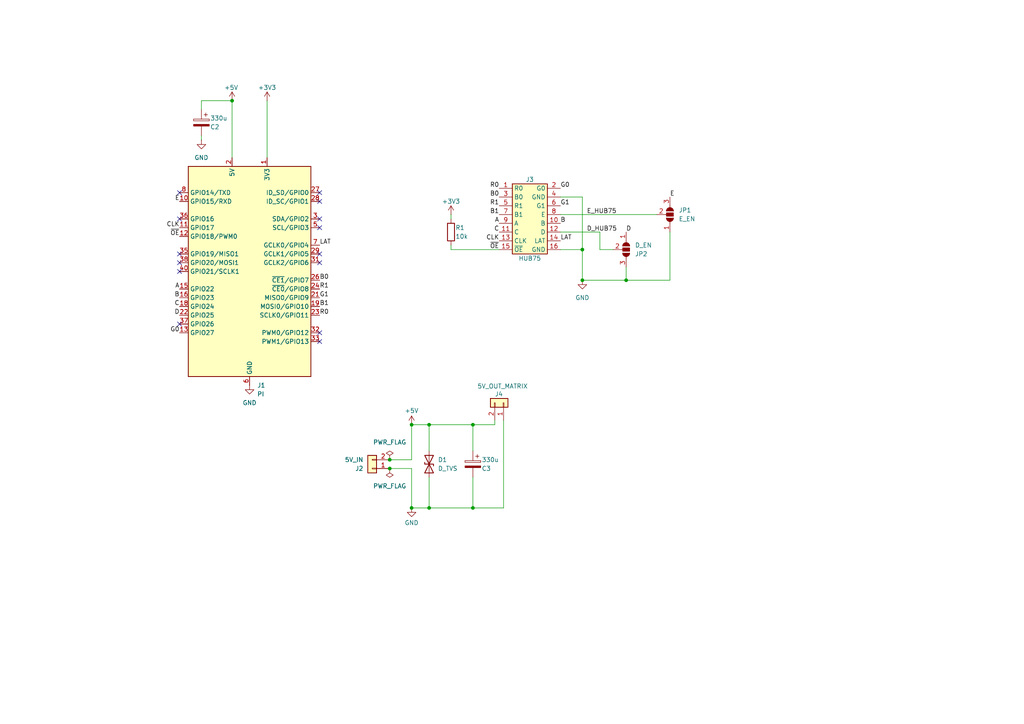
<source format=kicad_sch>
(kicad_sch (version 20231120) (generator "eeschema") (generator_version "8.0")
  (paper "A4")
  (lib_symbols
    (symbol "Connector:Raspberry_Pi_2_3"
      (property "Reference" "J" (at -17.78 31.75 0))
      (property "Value" "Raspberry_Pi_2_3" (at 10.16 -31.75 0))
      (symbol "Raspberry_Pi_2_3_0_1"
        (rectangle (start -17.78 30.48) (end 17.78 -30.48) (stroke (width 0.254)) (fill (type background)))
      )
      (symbol "Raspberry_Pi_2_3_1_1"
        (pin power_in line (at 5.08 33.02 270) (length 2.54) (name "3V3") (number "1"))
        (pin bidirectional line (at -20.32 20.32 0) (length 2.54) (name "GPIO15/RXD") (number "10"))
        (pin bidirectional line (at -20.32 12.7 0) (length 2.54) (name "GPIO17") (number "11"))
        (pin bidirectional line (at -20.32 10.16 0) (length 2.54) (name "GPIO18/PWM0") (number "12"))
        (pin bidirectional line (at -20.32 -17.78 0) (length 2.54) (name "GPIO27") (number "13"))
        (pin passive line (at 0 -33.02 90) (length 2.54) hide (name "GND") (number "14"))
        (pin bidirectional line (at -20.32 -5.08 0) (length 2.54) (name "GPIO22") (number "15"))
        (pin bidirectional line (at -20.32 -7.62 0) (length 2.54) (name "GPIO23") (number "16"))
        (pin passive line (at 5.08 33.02 270) (length 2.54) hide (name "3V3") (number "17"))
        (pin bidirectional line (at -20.32 -10.16 0) (length 2.54) (name "GPIO24") (number "18"))
        (pin bidirectional line (at 20.32 -10.16 180) (length 2.54) (name "MOSI0/GPIO10") (number "19"))
        (pin power_in line (at -5.08 33.02 270) (length 2.54) (name "5V") (number "2"))
        (pin passive line (at 0 -33.02 90) (length 2.54) hide (name "GND") (number "20"))
        (pin bidirectional line (at 20.32 -7.62 180) (length 2.54) (name "MISO0/GPIO9") (number "21"))
        (pin bidirectional line (at -20.32 -12.7 0) (length 2.54) (name "GPIO25") (number "22"))
        (pin bidirectional line (at 20.32 -12.7 180) (length 2.54) (name "SCLK0/GPIO11") (number "23"))
        (pin bidirectional line (at 20.32 -5.08 180) (length 2.54) (name "~{CE0}/GPIO8") (number "24"))
        (pin passive line (at 0 -33.02 90) (length 2.54) hide (name "GND") (number "25"))
        (pin bidirectional line (at 20.32 -2.54 180) (length 2.54) (name "~{CE1}/GPIO7") (number "26"))
        (pin bidirectional line (at 20.32 22.86 180) (length 2.54) (name "ID_SD/GPIO0") (number "27"))
        (pin bidirectional line (at 20.32 20.32 180) (length 2.54) (name "ID_SC/GPIO1") (number "28"))
        (pin bidirectional line (at 20.32 5.08 180) (length 2.54) (name "GCLK1/GPIO5") (number "29"))
        (pin bidirectional line (at 20.32 15.24 180) (length 2.54) (name "SDA/GPIO2") (number "3"))
        (pin passive line (at 0 -33.02 90) (length 2.54) hide (name "GND") (number "30"))
        (pin bidirectional line (at 20.32 2.54 180) (length 2.54) (name "GCLK2/GPIO6") (number "31"))
        (pin bidirectional line (at 20.32 -17.78 180) (length 2.54) (name "PWM0/GPIO12") (number "32"))
        (pin bidirectional line (at 20.32 -20.32 180) (length 2.54) (name "PWM1/GPIO13") (number "33"))
        (pin passive line (at 0 -33.02 90) (length 2.54) hide (name "GND") (number "34"))
        (pin bidirectional line (at -20.32 5.08 0) (length 2.54) (name "GPIO19/MISO1") (number "35"))
        (pin bidirectional line (at -20.32 15.24 0) (length 2.54) (name "GPIO16") (number "36"))
        (pin bidirectional line (at -20.32 -15.24 0) (length 2.54) (name "GPIO26") (number "37"))
        (pin bidirectional line (at -20.32 2.54 0) (length 2.54) (name "GPIO20/MOSI1") (number "38"))
        (pin passive line (at 0 -33.02 90) (length 2.54) hide (name "GND") (number "39"))
        (pin passive line (at -5.08 33.02 270) (length 2.54) hide (name "5V") (number "4"))
        (pin bidirectional line (at -20.32 0 0) (length 2.54) (name "GPIO21/SCLK1") (number "40"))
        (pin bidirectional line (at 20.32 12.7 180) (length 2.54) (name "SCL/GPIO3") (number "5"))
        (pin power_in line (at 0 -33.02 90) (length 2.54) (name "GND") (number "6"))
        (pin bidirectional line (at 20.32 7.62 180) (length 2.54) (name "GCLK0/GPIO4") (number "7"))
        (pin bidirectional line (at -20.32 22.86 0) (length 2.54) (name "GPIO14/TXD") (number "8"))
        (pin passive line (at 0 -33.02 90) (length 2.54) hide (name "GND") (number "9"))
      )
    )
    (symbol "Connector_Generic:Conn_01x02" (pin_names (offset 1.016) hide)
      (property "Reference" "J" (at 0 2.54 0))
      (property "Value" "Conn_01x02" (at 0 -5.08 0))
      (symbol "Conn_01x02_1_1"
        (rectangle (start -1.27 -2.413) (end 0 -2.667) (stroke (width 0.1524)))
        (rectangle (start -1.27 0.127) (end 0 -0.127) (stroke (width 0.1524)))
        (rectangle (start -1.27 1.27) (end 1.27 -3.81) (stroke (width 0.254)) (fill (type background)))
        (pin passive line (at -5.08 0 0) (length 3.81) (name "Pin_1") (number "1"))
        (pin passive line (at -5.08 -2.54 0) (length 3.81) (name "Pin_2") (number "2"))
      )
    )
    (symbol "Device:C_Polarized" (pin_numbers hide) (pin_names (offset 0.254))
      (property "Reference" "C" (at 0.635 2.54 0))
      (property "Value" "C_Polarized" (at 0.635 -2.54 0))
      (symbol "C_Polarized_0_1"
        (rectangle (start -2.286 0.508) (end 2.286 1.016))
        (polyline (pts (xy -1.778 2.286) (xy -0.762 2.286)))
        (polyline (pts (xy -1.27 2.794) (xy -1.27 1.778)))
        (rectangle (start 2.286 -0.508) (end -2.286 -1.016) (fill (type outline)))
      )
      (symbol "C_Polarized_1_1"
        (pin passive line (at 0 3.81 270) (length 2.794) (name "~") (number "1"))
        (pin passive line (at 0 -3.81 90) (length 2.794) (name "~") (number "2"))
      )
    )
    (symbol "Device:D_TVS" (pin_numbers hide) (pin_names (offset 1.016) hide)
      (property "Reference" "D" (at 0 2.54 0))
      (property "Value" "D_TVS" (at 0 -2.54 0))
      (symbol "D_TVS_0_1"
        (polyline (pts (xy 1.27 0) (xy -1.27 0)))
        (polyline (pts (xy 0.508 1.27) (xy 0 1.27) (xy 0 -1.27) (xy -0.508 -1.27)) (stroke (width 0.254)))
        (polyline (pts (xy -2.54 1.27) (xy -2.54 -1.27) (xy 2.54 1.27) (xy 2.54 -1.27) (xy -2.54 1.27)) (stroke (width 0.254)))
      )
      (symbol "D_TVS_1_1"
        (pin passive line (at -3.81 0 0) (length 2.54) (name "A1") (number "1"))
        (pin passive line (at 3.81 0 180) (length 2.54) (name "A2") (number "2"))
      )
    )
    (symbol "Device:R" (pin_numbers hide) (pin_names (offset 0))
      (property "Reference" "R" (at 2.032 0 90))
      (property "Value" "R" (at 0 0 90))
      (symbol "R_0_1"
        (rectangle (start -1.016 -2.54) (end 1.016 2.54) (stroke (width 0.254)))
      )
      (symbol "R_1_1"
        (pin passive line (at 0 3.81 270) (length 1.27) (name "~") (number "1"))
        (pin passive line (at 0 -3.81 90) (length 1.27) (name "~") (number "2"))
      )
    )
    (symbol "Jumper:SolderJumper_3_Open" (pin_names (offset 0) hide) (exclude_from_sim yes) (in_bom no)
      (property "Reference" "JP" (at -2.54 -2.54 0))
      (property "Value" "SolderJumper_3_Open" (at 0 2.794 0))
      (symbol "SolderJumper_3_Open_0_1"
        (arc (start -1.016 1.016) (mid -2.0276 0) (end -1.016 -1.016))
        (arc (start -1.016 1.016) (mid -2.0276 0) (end -1.016 -1.016) (fill (type outline)))
        (rectangle (start -0.508 1.016) (end 0.508 -1.016) (fill (type outline)))
        (polyline (pts (xy -2.54 0) (xy -2.032 0)))
        (polyline (pts (xy -1.016 1.016) (xy -1.016 -1.016)))
        (polyline (pts (xy 0 -1.27) (xy 0 -1.016)))
        (polyline (pts (xy 1.016 1.016) (xy 1.016 -1.016)))
        (polyline (pts (xy 2.54 0) (xy 2.032 0)))
        (arc (start 1.016 -1.016) (mid 2.0276 0) (end 1.016 1.016))
        (arc (start 1.016 -1.016) (mid 2.0276 0) (end 1.016 1.016) (fill (type outline)))
      )
      (symbol "SolderJumper_3_Open_1_1"
        (pin passive line (at -5.08 0 0) (length 2.54) (name "A") (number "1"))
        (pin passive line (at 0 -3.81 90) (length 2.54) (name "C") (number "2"))
        (pin passive line (at 5.08 0 180) (length 2.54) (name "B") (number "3"))
      )
    )
    (symbol "hub75-adapter:Conn_Hub75"
      (property "Reference" "J" (at 0 10.16 0))
      (property "Value" "Conn_Hub75" (at 0 -12.7 0))
      (symbol "Conn_Hub75_1_1"
        (rectangle (start -5.08 8.89) (end 5.08 -11.43) (stroke (width 0.254)) (fill (type background)))
        (pin input line (at -8.89 7.62 0) (length 3.81) (name "R0") (number "1"))
        (pin input line (at 8.89 -2.54 180) (length 3.81) (name "B") (number "10"))
        (pin input line (at -8.89 -5.08 0) (length 3.81) (name "C") (number "11"))
        (pin input line (at 8.89 -5.08 180) (length 3.81) (name "D") (number "12"))
        (pin input line (at -8.89 -7.62 0) (length 3.81) (name "CLK") (number "13"))
        (pin input line (at 8.89 -7.62 180) (length 3.81) (name "LAT") (number "14"))
        (pin input line (at -8.89 -10.16 0) (length 3.81) (name "~{OE}") (number "15"))
        (pin power_in line (at 8.89 -10.16 180) (length 3.81) (name "GND") (number "16"))
        (pin input line (at 8.89 7.62 180) (length 3.81) (name "G0") (number "2"))
        (pin input line (at -8.89 5.08 0) (length 3.81) (name "B0") (number "3"))
        (pin power_in line (at 8.89 5.08 180) (length 3.81) (name "GND") (number "4"))
        (pin input line (at -8.89 2.54 0) (length 3.81) (name "R1") (number "5"))
        (pin input line (at 8.89 2.54 180) (length 3.81) (name "G1") (number "6"))
        (pin input line (at -8.89 0 0) (length 3.81) (name "B1") (number "7"))
        (pin input line (at 8.89 0 180) (length 3.81) (name "E") (number "8") (alternate "" input line))
        (pin input line (at -8.89 -2.54 0) (length 3.81) (name "A") (number "9"))
      )
    )
    (symbol "power:+3V3" (power) (pin_numbers hide) (pin_names (offset 0) hide)
      (property "Value" "+3V3" (at 0 3.556 0))
      (symbol "+3V3_0_1"
        (polyline (pts (xy -0.762 1.27) (xy 0 2.54)))
        (polyline (pts (xy 0 0) (xy 0 2.54)))
        (polyline (pts (xy 0 2.54) (xy 0.762 1.27)))
      )
      (symbol "+3V3_1_1"
        (pin power_in line (at 0 0 90) (length 0) (name "~") (number "1"))
      )
    )
    (symbol "power:+5V" (power) (pin_numbers hide) (pin_names (offset 0) hide)
      (property "Value" "+5V" (at 0 3.556 0))
      (symbol "+5V_0_1"
        (polyline (pts (xy -0.762 1.27) (xy 0 2.54)))
        (polyline (pts (xy 0 0) (xy 0 2.54)))
        (polyline (pts (xy 0 2.54) (xy 0.762 1.27)))
      )
      (symbol "+5V_1_1"
        (pin power_in line (at 0 0 90) (length 0) (name "~") (number "1"))
      )
    )
    (symbol "power:GND" (power) (pin_numbers hide) (pin_names (offset 0) hide)
      (property "Value" "GND" (at 0 -3.81 0))
      (symbol "GND_0_1"
        (polyline (pts (xy 0 0) (xy 0 -1.27) (xy 1.27 -1.27) (xy 0 -2.54) (xy -1.27 -1.27) (xy 0 -1.27)))
      )
      (symbol "GND_1_1"
        (pin power_in line (at 0 0 270) (length 0) (name "~") (number "1"))
      )
    )
    (symbol "power:PWR_FLAG" (power) (pin_numbers hide) (pin_names (offset 0) hide)
      (property "Value" "PWR_FLAG" (at 0 3.81 0))
      (symbol "PWR_FLAG_0_0"
        (pin power_out line (at 0 0 90) (length 0) (name "~") (number "1"))
      )
      (symbol "PWR_FLAG_0_1"
        (polyline (pts (xy 0 0) (xy 0 1.27) (xy -1.016 1.905) (xy 0 2.54) (xy 1.016 1.905) (xy 0 1.27)))
      )
    )
  )
  (junction (at 124.46 123.19))
  (junction (at 119.38 123.19))
  (junction (at 124.46 147.32))
  (junction (at 67.31 29.21))
  (junction (at 168.91 81.28))
  (junction (at 137.16 147.32))
  (junction (at 181.61 81.28))
  (junction (at 113.03 135.89))
  (junction (at 113.03 133.35))
  (junction (at 119.38 147.32))
  (junction (at 168.91 72.39))
  (junction (at 137.16 123.19))
  (no_connect (at 52.07 55.88))
  (no_connect (at 92.71 58.42))
  (no_connect (at 92.71 99.06))
  (no_connect (at 92.71 55.88))
  (no_connect (at 52.07 78.74))
  (no_connect (at 92.71 96.52))
  (no_connect (at 52.07 93.98))
  (no_connect (at 52.07 73.66))
  (no_connect (at 92.71 66.04))
  (no_connect (at 52.07 76.2))
  (no_connect (at 52.07 63.5))
  (no_connect (at 92.71 73.66))
  (no_connect (at 92.71 76.2))
  (no_connect (at 92.71 63.5))
  (wire (pts (xy 130.81 62.23) (xy 130.81 63.5)))
  (wire (pts (xy 124.46 138.43) (xy 124.46 147.32)))
  (wire (pts (xy 58.42 31.75) (xy 58.42 29.21)))
  (wire (pts (xy 173.99 72.39) (xy 173.99 67.31)))
  (wire (pts (xy 181.61 81.28) (xy 194.31 81.28)))
  (wire (pts (xy 168.91 72.39) (xy 168.91 81.28)))
  (wire (pts (xy 113.03 133.35) (xy 119.38 133.35)))
  (wire (pts (xy 58.42 39.37) (xy 58.42 40.64)))
  (wire (pts (xy 146.05 147.32) (xy 137.16 147.32)))
  (wire (pts (xy 130.81 72.39) (xy 144.78 72.39)))
  (wire (pts (xy 58.42 29.21) (xy 67.31 29.21)))
  (wire (pts (xy 124.46 123.19) (xy 124.46 130.81)))
  (wire (pts (xy 67.31 29.21) (xy 67.31 45.72)))
  (wire (pts (xy 181.61 81.28) (xy 168.91 81.28)))
  (wire (pts (xy 119.38 123.19) (xy 124.46 123.19)))
  (wire (pts (xy 124.46 123.19) (xy 137.16 123.19)))
  (wire (pts (xy 130.81 72.39) (xy 130.81 71.12)))
  (wire (pts (xy 119.38 147.32) (xy 124.46 147.32)))
  (wire (pts (xy 162.56 62.23) (xy 190.5 62.23)))
  (wire (pts (xy 137.16 138.43) (xy 137.16 147.32)))
  (wire (pts (xy 113.03 135.89) (xy 119.38 135.89)))
  (wire (pts (xy 119.38 123.19) (xy 119.38 133.35)))
  (wire (pts (xy 162.56 67.31) (xy 173.99 67.31)))
  (wire (pts (xy 137.16 123.19) (xy 143.51 123.19)))
  (wire (pts (xy 146.05 121.92) (xy 146.05 147.32)))
  (wire (pts (xy 194.31 67.31) (xy 194.31 81.28)))
  (wire (pts (xy 77.47 29.21) (xy 77.47 45.72)))
  (wire (pts (xy 162.56 57.15) (xy 168.91 57.15)))
  (wire (pts (xy 124.46 147.32) (xy 137.16 147.32)))
  (wire (pts (xy 173.99 72.39) (xy 177.8 72.39)))
  (wire (pts (xy 119.38 147.32) (xy 119.38 135.89)))
  (wire (pts (xy 137.16 123.19) (xy 137.16 130.81)))
  (wire (pts (xy 162.56 72.39) (xy 168.91 72.39)))
  (wire (pts (xy 181.61 77.47) (xy 181.61 81.28)))
  (wire (pts (xy 143.51 121.92) (xy 143.51 123.19)))
  (wire (pts (xy 168.91 57.15) (xy 168.91 72.39)))
  (label "LAT" (at 162.56 69.85 0))
  (label "G0" (at 52.07 96.52 180))
  (label "D" (at 181.61 67.31 0))
  (label "~{OE}" (at 144.78 72.39 180))
  (label "CLK" (at 52.07 66.04 180))
  (label "G1" (at 162.56 59.69 0))
  (label "G0" (at 162.56 54.61 0))
  (label "B0" (at 144.78 57.15 180))
  (label "E" (at 52.07 58.42 180))
  (label "B" (at 162.56 64.77 0))
  (label "CLK" (at 144.78 69.85 180))
  (label "R0" (at 92.71 91.44 0))
  (label "C" (at 52.07 88.9 180))
  (label "R0" (at 144.78 54.61 180))
  (label "D" (at 52.07 91.44 180))
  (label "R1" (at 92.71 83.82 0))
  (label "E" (at 194.31 57.15 0))
  (label "C" (at 144.78 67.31 180))
  (label "B1" (at 92.71 88.9 0))
  (label "LAT" (at 92.71 71.12 0))
  (label "A" (at 144.78 64.77 180))
  (label "B1" (at 144.78 62.23 180))
  (label "B0" (at 92.71 81.28 0))
  (label "R1" (at 144.78 59.69 180))
  (label "A" (at 52.07 83.82 180))
  (label "B" (at 52.07 86.36 180))
  (label "D_HUB75" (at 170.18 67.31 0))
  (label "G1" (at 92.71 86.36 0))
  (label "E_HUB75" (at 170.18 62.23 0))
  (label "~{OE}" (at 52.07 68.58 180))
  (symbol (lib_id "power:GND") (at 119.38 147.32 0) (unit 1)
    (property "Reference" "#PWR04" (effects (hide yes)))
    (property "Value" "GND" (at 119.38 151.638 0))
    (property "Description" "Power symbol creates a global label with name \"GND\" , ground" (effects (hide yes)))
  )
  (symbol (lib_id "Jumper:SolderJumper_3_Open") (at 194.31 62.23 270) (mirror x) (unit 1) (exclude_from_sim yes) (in_bom no)
    (property "Reference" "JP1" (at 196.85 60.9599 90) (effects (justify left)))
    (property "Value" "E_EN" (at 196.85 63.4999 90) (effects (justify left)))
    (property "Footprint" "Jumper:SolderJumper-3_P1.3mm_Open_Pad1.0x1.5mm" (effects (hide yes)))
    (property "Description" "Solder Jumper, 3-pole, open" (effects (hide yes)))
  )
  (symbol (lib_id "power:+5V") (at 119.38 123.19 0) (unit 1)
    (property "Reference" "#PWR03" (effects (hide yes)))
    (property "Value" "+5V" (at 119.38 119.126 0))
    (property "Description" "Power symbol creates a global label with name \"+5V\"" (effects (hide yes)))
  )
  (symbol (lib_id "hub75-adapter:Conn_Hub75") (at 153.67 62.23 0) (unit 1)
    (property "Reference" "J3" (at 153.67 52.07 0))
    (property "Value" "HUB75" (at 153.67 74.93 0))
    (property "Footprint" "Connector_IDC:IDC-Header_2x08_P2.54mm_Horizontal" (effects (hide yes)))
    (property "Description" "HUB75(E) Connector" (effects (hide yes)))
    (pin "8" (alternate "E"))
  )
  (symbol (lib_id "power:+3V3") (at 77.47 29.21 0) (unit 1)
    (property "Reference" "#PWR07" (effects (hide yes)))
    (property "Value" "+3V3" (at 77.47 25.4 0))
    (property "Description" "Power symbol creates a global label with name \"+3V3\"" (effects (hide yes)))
  )
  (symbol (lib_id "power:GND") (at 58.42 40.64 0) (unit 1)
    (property "Reference" "#PWR06" (effects (hide yes)))
    (property "Value" "GND" (at 58.42 45.72 0))
    (property "Description" "Power symbol creates a global label with name \"GND\" , ground" (effects (hide yes)))
  )
  (symbol (lib_id "power:GND") (at 72.39 111.76 0) (unit 1)
    (property "Reference" "#PWR01" (effects (hide yes)))
    (property "Value" "GND" (at 72.39 116.84 0))
    (property "Description" "Power symbol creates a global label with name \"GND\" , ground" (effects (hide yes)))
  )
  (symbol (lib_id "power:+3V3") (at 130.81 62.23 0) (unit 1)
    (property "Reference" "#PWR08" (effects (hide yes)))
    (property "Value" "+3V3" (at 130.81 58.42 0))
    (property "Description" "Power symbol creates a global label with name \"+3V3\"" (effects (hide yes)))
  )
  (symbol (lib_id "Connector_Generic:Conn_01x02") (at 146.05 116.84 270) (mirror x) (unit 1)
    (property "Reference" "J4" (at 143.5101 114.3 90) (effects (justify left)))
    (property "Value" "5V_OUT_MATRIX" (at 138.4301 112.014 90) (effects (justify left)))
    (property "Footprint" "Connector_AMASS:AMASS_XT30PW-F_1x02_P2.50mm_Horizontal" (effects (hide yes)))
    (property "Description" "Generic connector, single row, 01x02, script generated (kicad-library-utils/schlib/autogen/connector/)" (effects (hide yes)))
  )
  (symbol (lib_id "power:+5V") (at 67.31 29.21 0) (unit 1)
    (property "Reference" "#PWR02" (effects (hide yes)))
    (property "Value" "+5V" (at 67.056 25.4 0))
    (property "Description" "Power symbol creates a global label with name \"+5V\"" (effects (hide yes)))
  )
  (symbol (lib_id "Connector:Raspberry_Pi_2_3") (at 72.39 78.74 0) (unit 1)
    (property "Reference" "J1" (at 74.5841 111.76 0) (effects (justify left)))
    (property "Value" "PI" (at 74.5841 114.3 0) (effects (justify left)))
    (property "Footprint" "hub75-adapter:PiHeader" (effects (hide yes)))
    (property "Datasheet" "https://www.raspberrypi.org/documentation/hardware/raspberrypi/schematics/rpi_SCH_3bplus_1p0_reduced.pdf" (effects (hide yes)))
    (property "Description" "expansion header for Raspberry Pi 2 & 3" (effects (hide yes)))
  )
  (symbol (lib_id "Device:D_TVS") (at 124.46 134.62 90) (unit 1)
    (property "Reference" "D1" (at 127 133.3499 90) (effects (justify right)))
    (property "Value" "D_TVS" (at 127 135.8899 90) (effects (justify right)))
    (property "Footprint" "Diode_THT:D_DO-15_P10.16mm_Horizontal" (effects (hide yes)))
    (property "Description" "Bidirectional transient-voltage-suppression diode" (effects (hide yes)))
  )
  (symbol (lib_id "Device:R") (at 130.81 67.31 180) (unit 1)
    (property "Reference" "R1" (at 132.08 66.04 0) (effects (justify right)))
    (property "Value" "10k" (at 132.08 68.58 0) (effects (justify right)))
    (property "Footprint" "Resistor_THT:R_Axial_DIN0207_L6.3mm_D2.5mm_P7.62mm_Horizontal" (effects (hide yes)))
    (property "Description" "Resistor" (effects (hide yes)))
  )
  (symbol (lib_id "Device:C_Polarized") (at 58.42 35.56 0) (mirror y) (unit 1)
    (property "Reference" "C2" (at 60.96 36.8301 0) (effects (justify right)))
    (property "Value" "330u" (at 60.96 34.2901 0) (effects (justify right)))
    (property "Footprint" "Capacitor_THT:CP_Radial_D6.3mm_P2.50mm" (effects (hide yes)))
    (property "Description" "Polarized capacitor" (effects (hide yes)))
  )
  (symbol (lib_id "Jumper:SolderJumper_3_Open") (at 181.61 72.39 270) (unit 1) (exclude_from_sim yes) (in_bom no)
    (property "Reference" "JP2" (at 184.15 73.6601 90) (effects (justify left)))
    (property "Value" "D_EN" (at 184.15 71.1201 90) (effects (justify left)))
    (property "Footprint" "Jumper:SolderJumper-3_P1.3mm_Open_Pad1.0x1.5mm" (effects (hide yes)))
    (property "Description" "Solder Jumper, 3-pole, open" (effects (hide yes)))
  )
  (symbol (lib_id "power:PWR_FLAG") (at 113.03 133.35 0) (unit 1)
    (property "Reference" "#FLG02" (effects (hide yes)))
    (property "Value" "PWR_FLAG" (at 113.03 128.27 0))
    (property "Description" "Special symbol for telling ERC where power comes from" (effects (hide yes)))
  )
  (symbol (lib_id "power:GND") (at 168.91 81.28 0) (unit 1)
    (property "Reference" "#PWR05" (effects (hide yes)))
    (property "Value" "GND" (at 168.91 86.36 0))
    (property "Description" "Power symbol creates a global label with name \"GND\" , ground" (effects (hide yes)))
  )
  (symbol (lib_id "Device:C_Polarized") (at 137.16 134.62 0) (mirror y) (unit 1)
    (property "Reference" "C3" (at 139.7 135.8901 0) (effects (justify right)))
    (property "Value" "330u" (at 139.7 133.3501 0) (effects (justify right)))
    (property "Footprint" "Capacitor_THT:CP_Radial_D6.3mm_P2.50mm" (effects (hide yes)))
    (property "Description" "Polarized capacitor" (effects (hide yes)))
  )
  (symbol (lib_id "power:PWR_FLAG") (at 113.03 135.89 180) (unit 1)
    (property "Reference" "#FLG01" (effects (hide yes)))
    (property "Value" "PWR_FLAG" (at 113.03 140.97 0))
    (property "Description" "Special symbol for telling ERC where power comes from" (effects (hide yes)))
  )
  (symbol (lib_id "Connector_Generic:Conn_01x02") (at 107.95 135.89 180) (unit 1)
    (property "Reference" "J2" (at 105.41 135.8901 0) (effects (justify left)))
    (property "Value" "5V_IN" (at 105.41 133.3501 0) (effects (justify left)))
    (property "Footprint" "Connector_AMASS:AMASS_XT30PW-M_1x02_P2.50mm_Horizontal" (effects (hide yes)))
    (property "Description" "Generic connector, single row, 01x02, script generated (kicad-library-utils/schlib/autogen/connector/)" (effects (hide yes)))
  )
)
</source>
